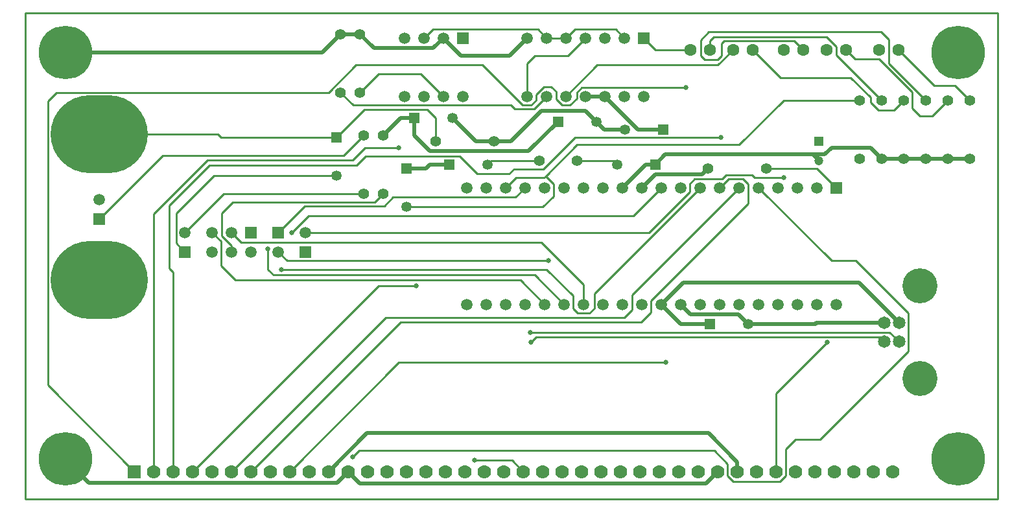
<source format=gtl>
%FSLAX23Y23*%
%MOIN*%
G70*
G01*
G75*
G04 Layer_Physical_Order=1*
%ADD10C,0.010*%
%ADD11C,0.020*%
%ADD12C,0.275*%
%ADD13C,0.055*%
%ADD14O,0.500X0.400*%
%ADD15C,0.063*%
%ADD16R,0.053X0.053*%
%ADD17C,0.053*%
%ADD18C,0.059*%
%ADD19R,0.059X0.059*%
%ADD20R,0.059X0.059*%
%ADD21C,0.059*%
%ADD22R,0.070X0.070*%
%ADD23C,0.070*%
%ADD24R,0.047X0.047*%
%ADD25C,0.047*%
%ADD26C,0.180*%
%ADD27C,0.065*%
%ADD28C,0.025*%
D10*
X3860Y140D02*
Y542D01*
X4123Y805D01*
X2870Y1000D02*
Y1102D01*
X1060Y1370D02*
X1110Y1320D01*
X2619Y1151D02*
X2770Y1000D01*
X1246Y1180D02*
Y1284D01*
X960Y1370D02*
X1006Y1324D01*
X2545Y1125D02*
X2670Y1000D01*
X2310Y198D02*
X2502D01*
X2560Y140D01*
X2521Y1551D02*
X2570Y1600D01*
X1300Y1370D02*
X1437Y1507D01*
X3127Y1457D02*
X3270Y1600D01*
X1370Y1370D02*
X1457Y1457D01*
X1921Y701D02*
X3294D01*
X1360Y140D02*
X1921Y701D01*
X2925Y1055D02*
X3470Y1600D01*
X1318Y1179D02*
X2681D01*
X3570Y1600D02*
X3615Y1645D01*
X1160Y140D02*
X1930Y910D01*
X3120Y1050D02*
X3670Y1600D01*
X1060Y140D02*
X1852Y932D01*
X3770Y1600D02*
X4146Y1224D01*
X1682Y215D02*
X1715Y248D01*
X1815Y1095D02*
X2009D01*
X860Y140D02*
X1815Y1095D01*
X2825Y1858D02*
X3577D01*
X760Y140D02*
Y1165D01*
X1746Y1805D02*
X1920D01*
X660Y140D02*
Y1464D01*
X2860Y2115D02*
X3395D01*
X4070Y1700D02*
X4170Y1600D01*
X3810Y1700D02*
X4070D01*
X115Y585D02*
X560Y140D01*
X2790Y2280D02*
X2880Y2370D01*
X2580Y2070D02*
Y2240D01*
X1020Y1570D02*
X1740D01*
X820Y1370D02*
X1020Y1570D01*
X2033Y2187D02*
X2150Y2070D01*
X1720Y2090D02*
X1817Y2187D01*
X1637Y1767D02*
X1740Y1870D01*
X380Y1440D02*
X707Y1767D01*
X2615Y2005D02*
X2680Y2070D01*
X1620Y2090D02*
X1685Y2025D01*
X3035Y2415D02*
X3080Y2370D01*
X2780D02*
X2825Y2415D01*
X2680Y2370D02*
X2780D01*
X2635Y2415D02*
X2680Y2370D01*
X2050D02*
X2095Y2415D01*
X1797Y1527D02*
X1840Y1570D01*
X1060Y1270D02*
Y1303D01*
X2597Y857D02*
X4444D01*
X4493Y808D01*
X4389Y833D02*
X4415Y808D01*
X2599Y804D02*
X2628Y833D01*
X4467Y2000D02*
X4517Y2050D01*
X3740Y2310D02*
X3883Y2167D01*
X3561Y2231D02*
X3640Y2310D01*
X2780Y2070D02*
X2941Y2231D01*
X4170Y2283D02*
X4403Y2050D01*
X3520Y2310D02*
Y2357D01*
X3240Y2310D02*
X3420D01*
X3180Y2370D02*
X3240Y2310D01*
X4780Y2127D02*
X4857Y2050D01*
X4490Y2310D02*
X4673Y2127D01*
X3953Y2357D02*
X4000Y2310D01*
X4440Y2240D02*
X4630Y2050D01*
X3749Y1651D02*
X3900D01*
X1440Y1370D02*
X3205D01*
X4662Y1968D02*
X4744Y2050D01*
X4220Y2310D02*
X4267Y2263D01*
X1345Y1225D02*
X2690D01*
X1300Y1270D02*
X1345Y1225D01*
X970Y1663D02*
X1600D01*
X775Y1315D02*
X820Y1270D01*
X2110Y1840D02*
Y1960D01*
X1600Y1860D02*
X1742Y2002D01*
X1005Y1860D02*
X1600D01*
X380Y1875D02*
X990D01*
X3899Y2050D02*
X4290D01*
X2675Y1660D02*
X2837Y1822D01*
X2668Y1653D02*
X2675Y1660D01*
X2715Y1620D01*
X2470Y1600D02*
X2523Y1653D01*
X1960Y1503D02*
X2661D01*
X2397Y1740D02*
X2644D01*
X2377Y1720D02*
X2397Y1740D01*
X3023D02*
X3043Y1720D01*
X2836Y1740D02*
X3023D01*
X1457Y1457D02*
X3127D01*
X1930Y910D02*
X3165D01*
X3215Y960D01*
Y1018D01*
X3715Y1518D01*
Y1620D01*
X3690Y1645D02*
X3715Y1620D01*
X3615Y1645D02*
X3690D01*
X1852Y932D02*
X3080D01*
X3120Y972D01*
Y1050D01*
X4146Y1224D02*
X4271D01*
X4541Y954D01*
Y760D02*
Y954D01*
X4086Y305D02*
X4541Y760D01*
X3960Y305D02*
X4086D01*
X3910Y255D02*
X3960Y305D01*
X3910Y119D02*
Y255D01*
X3880Y89D02*
X3910Y119D01*
X3640Y89D02*
X3880D01*
X3610Y119D02*
X3640Y89D01*
X3610Y119D02*
Y180D01*
X3542Y248D02*
X3610Y180D01*
X1715Y248D02*
X3542D01*
X2664Y1697D02*
X2825Y1858D01*
X2512Y1697D02*
X2664D01*
X2487Y1672D02*
X2512Y1697D01*
X2324Y1672D02*
X2487D01*
X2234Y1762D02*
X2324Y1672D01*
X1751Y1762D02*
X2234D01*
X1704Y1715D02*
X1751Y1762D01*
X946Y1715D02*
X1704D01*
X740Y1509D02*
X946Y1715D01*
X740Y1185D02*
Y1509D01*
Y1185D02*
X760Y1165D01*
X1682Y1741D02*
X1746Y1805D01*
X937Y1741D02*
X1682D01*
X660Y1464D02*
X937Y1741D01*
X115Y585D02*
Y2045D01*
X160Y2090D01*
X1559D01*
X1701Y2232D01*
X2351D01*
X2558Y2025D01*
X2600D01*
X2625Y2050D01*
Y2080D01*
X2665Y2120D01*
X2704D01*
X2730Y2094D01*
Y2054D02*
Y2094D01*
Y2054D02*
X2760Y2024D01*
X2800D01*
X2835Y2059D01*
Y2090D01*
X2860Y2115D01*
X2580Y2240D02*
X2620Y2280D01*
X2790D01*
X707Y1767D02*
X1637D01*
X2941Y2231D02*
X3561D01*
X3520Y2357D02*
X3540Y2377D01*
X4120D01*
X4170Y2327D01*
Y2283D02*
Y2327D01*
X4440Y2240D02*
Y2361D01*
X4400Y2401D02*
X4440Y2361D01*
X3514Y2401D02*
X4400D01*
X3473Y2360D02*
X3514Y2401D01*
X3473Y2280D02*
Y2360D01*
Y2280D02*
X3494Y2259D01*
X3560D01*
X3580Y2279D01*
Y2343D01*
X3594Y2357D01*
X3953D01*
X990Y1875D02*
X1005Y1860D01*
X2715Y1557D02*
Y1620D01*
X2661Y1503D02*
X2715Y1557D01*
X4600Y1968D02*
X4662D01*
X4560Y2008D02*
X4600Y1968D01*
X4560Y2008D02*
Y2092D01*
X4389Y2263D02*
X4560Y2092D01*
X4267Y2263D02*
X4389D01*
X2628Y833D02*
X4389D01*
X2515Y2005D02*
X2615D01*
X2495Y2025D02*
X2515Y2005D01*
X1685Y2025D02*
X2495D01*
X3205Y1370D02*
X3415Y1580D01*
Y1620D01*
X3440Y1645D01*
X3582D01*
X3602Y1665D01*
X3735D01*
X3749Y1651D01*
X2523Y1653D02*
X2668D01*
X2837Y1822D02*
X3671D01*
X3899Y2050D01*
X775Y1468D02*
X970Y1663D01*
X775Y1315D02*
Y1468D01*
X2681Y1179D02*
X2815Y1045D01*
Y980D02*
Y1045D01*
Y980D02*
X2840Y955D01*
X2900D01*
X2925Y980D01*
Y1055D01*
X1275Y1151D02*
X2619D01*
X1246Y1180D02*
X1275Y1151D01*
X2652Y1320D02*
X2870Y1102D01*
X1110Y1320D02*
X2652D01*
X1067Y1527D02*
X1797D01*
X1010Y1470D02*
X1067Y1527D01*
X1010Y1353D02*
Y1470D01*
Y1353D02*
X1060Y1303D01*
X1437Y1507D02*
X1845D01*
X1889Y1551D01*
X2521D01*
X1006Y1199D02*
Y1324D01*
Y1199D02*
X1080Y1125D01*
X2545D01*
X3883Y2167D02*
X4244D01*
X4347Y2064D01*
Y2040D02*
Y2064D01*
Y2040D02*
X4387Y2000D01*
X4467D01*
X4673Y2127D02*
X4780D01*
X2068Y2002D02*
X2110Y1960D01*
X1742Y2002D02*
X2068D01*
X1817Y2187D02*
X2033D01*
X2095Y2415D02*
X2635D01*
X2825D02*
X3035D01*
X0Y2500D02*
X5000D01*
Y0D02*
Y2500D01*
X0Y0D02*
X5000D01*
X0D02*
Y2500D01*
D11*
X4346Y1807D02*
X4403Y1750D01*
X4744D02*
X4857D01*
X4630D02*
X4744D01*
X4517D02*
X4630D01*
X4403D02*
X4517D01*
X3150Y1900D02*
X3280D01*
X2880Y2070D02*
X2980D01*
X3150Y1900D01*
X4080Y1771D02*
X4111D01*
X4049D02*
X4080D01*
X3291D02*
X4049D01*
X4080Y1740D01*
X3240Y1720D02*
X3291Y1771D01*
X3190Y1720D02*
X3240D01*
X4287Y1113D02*
X4493Y906D01*
X3500Y80D02*
X3560Y140D01*
X3070Y1600D02*
X3190Y1720D01*
X3270Y1000D02*
X3383Y1113D01*
X3370Y900D02*
X3520D01*
X3270Y1000D02*
X3370Y900D01*
X2490Y2280D02*
X2580Y2370D01*
X2150D02*
X2240Y2280D01*
X2098Y2318D02*
X2150Y2370D01*
X1620Y2390D02*
X1720D01*
X1792Y2318D01*
X1525Y2295D02*
X1620Y2390D01*
X1930Y1960D02*
X2000D01*
X205Y2295D02*
X1525D01*
X2588Y1788D02*
X2740Y1940D01*
X2000Y1868D02*
Y1960D01*
X2080Y1720D02*
X2180D01*
X1960Y1700D02*
X2060D01*
X1840Y1870D02*
X1930Y1960D01*
X1660Y140D02*
X1720Y80D01*
X1602Y82D02*
X1660Y140D01*
X205Y205D02*
X328Y82D01*
X3480Y1670D02*
X3510Y1700D01*
X3370Y1000D02*
X3421Y949D01*
X4068Y906D02*
X4415D01*
X3717Y900D02*
X4062D01*
X3668Y949D02*
X3717Y900D01*
X3660Y140D02*
Y190D01*
X2881Y1996D02*
X2937Y1940D01*
X2977Y1900D01*
X3083D01*
X3170Y1600D02*
X3240Y1670D01*
X2410Y1840D02*
X2497D01*
X2317D02*
X2410D01*
X2197Y1960D02*
X2317Y1840D01*
X1560Y140D02*
X1758Y338D01*
X2080Y1788D02*
X2588D01*
X2000Y1868D02*
X2080Y1788D01*
X1792Y2318D02*
X2098D01*
X4111Y1771D02*
X4147Y1807D01*
X4346D01*
X2653Y1996D02*
X2881D01*
X2497Y1840D02*
X2653Y1996D01*
X1758Y338D02*
X3512D01*
X3660Y190D01*
X3240Y1670D02*
X3480D01*
X1720Y80D02*
X3500D01*
X3383Y1113D02*
X4287D01*
X3421Y949D02*
X3668D01*
X328Y82D02*
X1602D01*
X2240Y2280D02*
X2490D01*
X2060Y1700D02*
X2080Y1720D01*
X4062Y900D02*
X4068Y906D01*
D12*
X205Y205D02*
D03*
Y2295D02*
D03*
X4795Y205D02*
D03*
Y2295D02*
D03*
D13*
X3510Y1700D02*
D03*
X3810D02*
D03*
X1720Y2090D02*
D03*
X2110Y1840D02*
D03*
X2410D02*
D03*
X1620Y2390D02*
D03*
Y2090D02*
D03*
X1720Y2390D02*
D03*
X2836Y1740D02*
D03*
X2644D02*
D03*
X4290Y2050D02*
D03*
X4744D02*
D03*
X4630D02*
D03*
X4857D02*
D03*
X4403D02*
D03*
X4517D02*
D03*
X4290Y1750D02*
D03*
X1840Y1570D02*
D03*
X1740Y1870D02*
D03*
Y1570D02*
D03*
X4744Y1750D02*
D03*
X4630D02*
D03*
X1840Y1870D02*
D03*
X4857Y1750D02*
D03*
X4403D02*
D03*
X4517D02*
D03*
D14*
X380Y1875D02*
D03*
Y1125D02*
D03*
D15*
X3640Y2310D02*
D03*
X3740D02*
D03*
X3520D02*
D03*
X3420D02*
D03*
X4390D02*
D03*
X4490D02*
D03*
X4000D02*
D03*
X3900D02*
D03*
X4120D02*
D03*
X4220D02*
D03*
D16*
X3280Y1900D02*
D03*
X3520Y900D02*
D03*
X1600Y1860D02*
D03*
X3240Y1720D02*
D03*
X2180D02*
D03*
X1960Y1700D02*
D03*
X2740Y1940D02*
D03*
X2000Y1960D02*
D03*
D17*
X3083Y1900D02*
D03*
X3717Y900D02*
D03*
X3043Y1720D02*
D03*
X2377D02*
D03*
X1960Y1503D02*
D03*
X1600Y1663D02*
D03*
X2937Y1940D02*
D03*
X2197Y1960D02*
D03*
D18*
X2980Y2070D02*
D03*
X2880D02*
D03*
X2580Y2370D02*
D03*
X3180Y2070D02*
D03*
X2580D02*
D03*
X2880Y2370D02*
D03*
X2680Y2070D02*
D03*
Y2370D02*
D03*
X2780D02*
D03*
X3080D02*
D03*
X2980D02*
D03*
X2780Y2070D02*
D03*
X3080D02*
D03*
X2970Y1600D02*
D03*
X2870D02*
D03*
X2470D02*
D03*
Y1000D02*
D03*
X2570D02*
D03*
X4070Y1600D02*
D03*
X3970D02*
D03*
X3870D02*
D03*
X3770D02*
D03*
X3670D02*
D03*
X3570D02*
D03*
X3470D02*
D03*
X3370D02*
D03*
X3270D02*
D03*
X3170D02*
D03*
X3370Y1000D02*
D03*
X3070Y1600D02*
D03*
X3270Y1000D02*
D03*
X2770Y1600D02*
D03*
X2670D02*
D03*
X2570D02*
D03*
X2370D02*
D03*
X2270D02*
D03*
Y1000D02*
D03*
X2370D02*
D03*
X2670D02*
D03*
X2770D02*
D03*
X2870D02*
D03*
X2970D02*
D03*
X3070D02*
D03*
X3170D02*
D03*
X3470D02*
D03*
X3570D02*
D03*
X3670D02*
D03*
X3770D02*
D03*
X3870D02*
D03*
X3970D02*
D03*
X4070D02*
D03*
X4170D02*
D03*
X2150Y2370D02*
D03*
X2050D02*
D03*
X1950D02*
D03*
X2250Y2070D02*
D03*
X2150D02*
D03*
X2050D02*
D03*
X1950D02*
D03*
D19*
X3180Y2370D02*
D03*
X4170Y1600D02*
D03*
X2250Y2370D02*
D03*
D20*
X820Y1270D02*
D03*
X1300Y1370D02*
D03*
X1440Y1270D02*
D03*
X380Y1440D02*
D03*
X1160Y1370D02*
D03*
D21*
X820D02*
D03*
X1300Y1270D02*
D03*
X1440Y1370D02*
D03*
X380Y1540D02*
D03*
X1160Y1270D02*
D03*
X1060Y1370D02*
D03*
Y1270D02*
D03*
X960Y1370D02*
D03*
Y1270D02*
D03*
D22*
X560Y140D02*
D03*
D23*
X660D02*
D03*
X760D02*
D03*
X860D02*
D03*
X960D02*
D03*
X1060D02*
D03*
X1160D02*
D03*
X1260D02*
D03*
X1360D02*
D03*
X1460D02*
D03*
X1560D02*
D03*
X1660D02*
D03*
X1760D02*
D03*
X1860D02*
D03*
X1960D02*
D03*
X2060D02*
D03*
X2160D02*
D03*
X2260D02*
D03*
X2360D02*
D03*
X2460D02*
D03*
X2560D02*
D03*
X2660D02*
D03*
X2760D02*
D03*
X2860D02*
D03*
X2960D02*
D03*
X3060D02*
D03*
X3160D02*
D03*
X3260D02*
D03*
X3360D02*
D03*
X3460D02*
D03*
X3560D02*
D03*
X3660D02*
D03*
X3760D02*
D03*
X3860D02*
D03*
X3960D02*
D03*
X4060D02*
D03*
X4160D02*
D03*
X4260D02*
D03*
X4360D02*
D03*
X4460D02*
D03*
D24*
X4080Y1840D02*
D03*
D25*
Y1740D02*
D03*
D26*
X4600Y620D02*
D03*
Y1094D02*
D03*
D27*
X4493Y808D02*
D03*
X4415D02*
D03*
Y906D02*
D03*
X4493Y906D02*
D03*
D28*
X4123Y805D02*
D03*
X1370Y1370D02*
D03*
X3294Y701D02*
D03*
X1682Y215D02*
D03*
X2009Y1095D02*
D03*
X3577Y1858D02*
D03*
X1920Y1805D02*
D03*
X3395Y2115D02*
D03*
X2690Y1225D02*
D03*
X2599Y804D02*
D03*
X2597Y857D02*
D03*
X3900Y1651D02*
D03*
X1318Y1179D02*
D03*
X1246Y1284D02*
D03*
X2310Y198D02*
D03*
M02*

</source>
